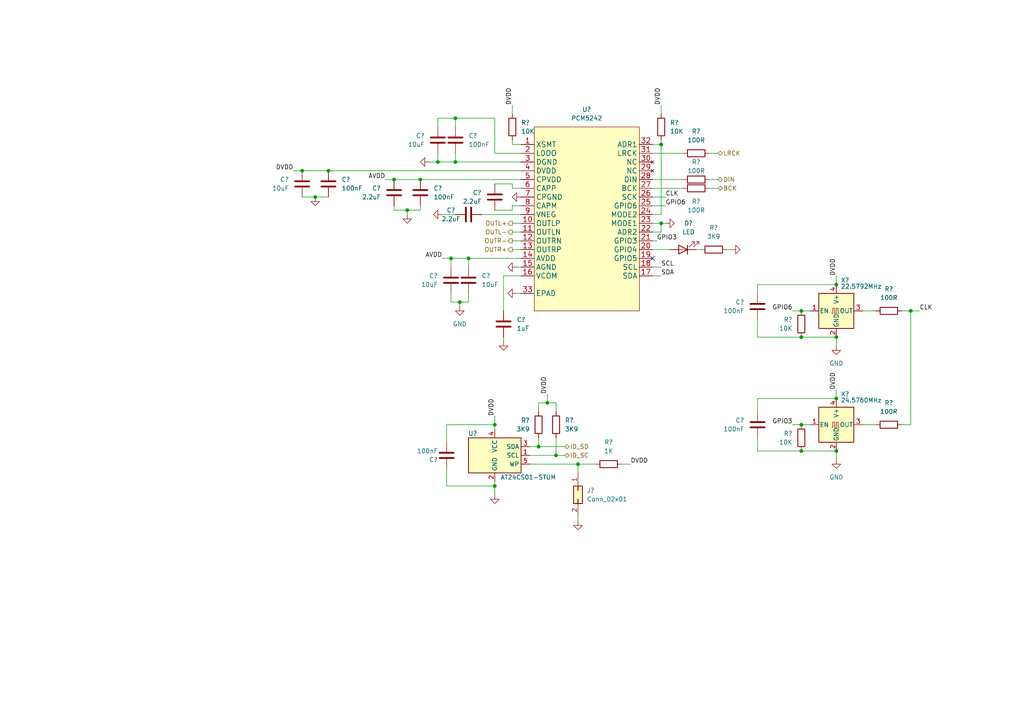
<source format=kicad_sch>
(kicad_sch (version 20211123) (generator eeschema)
  (paper "A4")
  (lib_symbols
    (symbol "Connector_Generic:Conn_02x01" (pin_names (offset 1.016) hide)
      (property "Reference" "J" (at 1.27 2.54 0))
      (property "Value" "Conn_02x01" (at 1.27 -2.54 0))
      (symbol "Conn_02x01_1_1"
        (rectangle (start -1.27 0.127) (end 0 -0.127) (stroke (width 0.1524)))
        (rectangle (start -1.27 1.27) (end 3.81 -1.27) (stroke (width 0.254)) (fill (type background)))
        (rectangle (start 3.81 0.127) (end 2.54 -0.127) (stroke (width 0.1524)))
        (pin passive line (at -5.08 0 0) (length 3.81) (name "Pin_1") (number "1"))
        (pin passive line (at 7.62 0 180) (length 3.81) (name "Pin_2") (number "2"))
      )
    )
    (symbol "Device:C" (pin_numbers hide) (pin_names (offset 0.254))
      (property "Reference" "C" (at 0.635 2.54 0))
      (property "Value" "C" (at 0.635 -2.54 0))
      (symbol "C_0_1"
        (polyline (pts (xy -2.032 -0.762) (xy 2.032 -0.762)) (stroke (width 0.508)))
        (polyline (pts (xy -2.032 0.762) (xy 2.032 0.762)) (stroke (width 0.508)))
      )
      (symbol "C_1_1"
        (pin passive line (at 0 3.81 270) (length 2.794) (name "~") (number "1"))
        (pin passive line (at 0 -3.81 90) (length 2.794) (name "~") (number "2"))
      )
    )
    (symbol "Device:LED" (pin_numbers hide) (pin_names (offset 1.016) hide)
      (property "Reference" "D" (at 0 2.54 0))
      (property "Value" "LED" (at 0 -2.54 0))
      (symbol "LED_0_1"
        (polyline (pts (xy -1.27 -1.27) (xy -1.27 1.27)) (stroke (width 0.254)))
        (polyline (pts (xy -1.27 0) (xy 1.27 0)))
        (polyline (pts (xy 1.27 -1.27) (xy 1.27 1.27) (xy -1.27 0) (xy 1.27 -1.27)) (stroke (width 0.254)))
        (polyline (pts (xy -3.048 -0.762) (xy -4.572 -2.286) (xy -3.81 -2.286) (xy -4.572 -2.286) (xy -4.572 -1.524)))
        (polyline (pts (xy -1.778 -0.762) (xy -3.302 -2.286) (xy -2.54 -2.286) (xy -3.302 -2.286) (xy -3.302 -1.524)))
      )
      (symbol "LED_1_1"
        (pin passive line (at -3.81 0 0) (length 2.54) (name "K") (number "1"))
        (pin passive line (at 3.81 0 180) (length 2.54) (name "A") (number "2"))
      )
    )
    (symbol "Device:R" (pin_numbers hide) (pin_names (offset 0))
      (property "Reference" "R" (at 2.032 0 90))
      (property "Value" "R" (at 0 0 90))
      (symbol "R_0_1"
        (rectangle (start -1.016 -2.54) (end 1.016 2.54) (stroke (width 0.254)))
      )
      (symbol "R_1_1"
        (pin passive line (at 0 3.81 270) (length 1.27) (name "~") (number "1"))
        (pin passive line (at 0 -3.81 90) (length 1.27) (name "~") (number "2"))
      )
    )
    (symbol "Etnolit:PCM5242RHB"
      (property "Reference" "U" (at 0 27.94 0))
      (property "Value" "PCM5242RHB" (at 0 30.48 0))
      (symbol "PCM5242RHB_0_1"
        (rectangle (start -15.24 26.67) (end 15.24 -26.67) (fill (type background)))
      )
      (symbol "PCM5242RHB_1_1"
        (pin input line (at -19.05 21.59 0) (length 3.81) (name "XSMT") (number "1"))
        (pin output line (at -19.05 -1.27 0) (length 3.81) (name "OUTLP") (number "10"))
        (pin output line (at -19.05 -3.81 0) (length 3.81) (name "OUTLN") (number "11"))
        (pin output line (at -19.05 -6.35 0) (length 3.81) (name "OUTRN") (number "12"))
        (pin output line (at -19.05 -8.89 0) (length 3.81) (name "OUTRP") (number "13"))
        (pin power_in line (at -19.05 -11.43 0) (length 3.81) (name "AVDD") (number "14"))
        (pin power_in line (at -19.05 -13.97 0) (length 3.81) (name "AGND") (number "15"))
        (pin bidirectional line (at -19.05 -16.51 0) (length 3.81) (name "VCOM") (number "16"))
        (pin bidirectional line (at 19.05 -16.51 180) (length 3.81) (name "SDA") (number "17"))
        (pin input line (at 19.05 -13.97 180) (length 3.81) (name "SCL") (number "18"))
        (pin bidirectional line (at 19.05 -11.43 180) (length 3.81) (name "GPIO5") (number "19"))
        (pin output line (at -19.05 19.05 0) (length 3.81) (name "LDOO") (number "2"))
        (pin bidirectional line (at 19.05 -8.89 180) (length 3.81) (name "GPIO4") (number "20"))
        (pin bidirectional line (at 19.05 -6.35 180) (length 3.81) (name "GPIO3") (number "21"))
        (pin bidirectional line (at 19.05 -3.81 180) (length 3.81) (name "ADR2") (number "22"))
        (pin input line (at 19.05 -1.27 180) (length 3.81) (name "MODE1") (number "23"))
        (pin input line (at 19.05 1.27 180) (length 3.81) (name "MODE2") (number "24"))
        (pin bidirectional line (at 19.05 3.81 180) (length 3.81) (name "GPIO6") (number "25"))
        (pin input line (at 19.05 6.35 180) (length 3.81) (name "SCK") (number "26"))
        (pin bidirectional line (at 19.05 8.89 180) (length 3.81) (name "BCK") (number "27"))
        (pin input line (at 19.05 11.43 180) (length 3.81) (name "DIN") (number "28"))
        (pin no_connect line (at 19.05 13.97 180) (length 3.81) (name "NC") (number "29"))
        (pin power_in line (at -19.05 16.51 0) (length 3.81) (name "DGND") (number "3"))
        (pin no_connect line (at 19.05 16.51 180) (length 3.81) (name "NC") (number "30"))
        (pin bidirectional line (at 19.05 19.05 180) (length 3.81) (name "LRCK") (number "31"))
        (pin bidirectional line (at 19.05 21.59 180) (length 3.81) (name "ADR1") (number "32"))
        (pin unspecified line (at -19.05 -21.59 0) (length 3.81) (name "EPAD") (number "33"))
        (pin power_in line (at -19.05 13.97 0) (length 3.81) (name "DVDD") (number "4"))
        (pin power_in line (at -19.05 11.43 0) (length 3.81) (name "CPVDD") (number "5"))
        (pin output line (at -19.05 8.89 0) (length 3.81) (name "CAPP") (number "6"))
        (pin power_in line (at -19.05 6.35 0) (length 3.81) (name "CPGND") (number "7"))
        (pin output line (at -19.05 3.81 0) (length 3.81) (name "CAPM") (number "8"))
        (pin output line (at -19.05 1.27 0) (length 3.81) (name "VNEG") (number "9"))
      )
    )
    (symbol "Memory_EEPROM:AT24CS01-STUM"
      (property "Reference" "U" (at -7.62 6.35 0))
      (property "Value" "AT24CS01-STUM" (at 2.54 -6.35 0))
      (symbol "AT24CS01-STUM_1_1"
        (rectangle (start -7.62 5.08) (end 7.62 -5.08) (stroke (width 0.254)) (fill (type background)))
        (pin input line (at 10.16 0 180) (length 2.54) (name "SCL") (number "1"))
        (pin power_in line (at 0 -7.62 90) (length 2.54) (name "GND") (number "2"))
        (pin bidirectional line (at 10.16 2.54 180) (length 2.54) (name "SDA") (number "3"))
        (pin power_in line (at 0 7.62 270) (length 2.54) (name "VCC") (number "4"))
        (pin input line (at 10.16 -2.54 180) (length 2.54) (name "WP") (number "5"))
      )
    )
    (symbol "Oscillator:XO53" (pin_names (offset 0.254))
      (property "Reference" "X" (at -5.08 6.35 0))
      (property "Value" "XO53" (at 1.27 -6.35 0))
      (symbol "XO53_0_1"
        (rectangle (start -5.08 5.08) (end 5.08 -5.08) (stroke (width 0.254)) (fill (type background)))
        (polyline (pts (xy 0.762 -0.762) (xy 0.508 -0.762) (xy 0.508 0.762) (xy 0 0.762) (xy 0 -0.762) (xy -0.508 -0.762) (xy -0.508 0.762) (xy -1.016 0.762) (xy -1.016 -0.762) (xy -1.27 -0.762)))
      )
      (symbol "XO53_1_1"
        (pin input line (at -7.62 0 0) (length 2.54) (name "EN") (number "1"))
        (pin power_in line (at 0 -7.62 90) (length 2.54) (name "GND") (number "2"))
        (pin output line (at 7.62 0 180) (length 2.54) (name "OUT") (number "3"))
        (pin power_in line (at 0 7.62 270) (length 2.54) (name "V+") (number "4"))
      )
    )
    (symbol "power:GND" (power) (pin_names (offset 0))
      (property "Value" "GND" (at 0 -3.81 0))
      (symbol "GND_0_1"
        (polyline (pts (xy 0 0) (xy 0 -1.27) (xy 1.27 -1.27) (xy 0 -2.54) (xy -1.27 -1.27) (xy 0 -1.27)))
      )
      (symbol "GND_1_1"
        (pin power_in line (at 0 0 270) (length 0) hide (name "GND") (number "1"))
      )
    )
  )
  (junction (at 118.11 60.96))
  (junction (at 156.21 129.54))
  (junction (at 91.44 57.15))
  (junction (at 242.57 130.81))
  (junction (at 132.08 46.99))
  (junction (at 232.41 97.79))
  (junction (at 87.63 49.53))
  (junction (at 121.92 52.07))
  (junction (at 264.16 90.17))
  (junction (at 232.41 90.17))
  (junction (at 132.08 34.29))
  (junction (at 130.81 74.93))
  (junction (at 95.25 49.53))
  (junction (at 143.51 123.19))
  (junction (at 158.75 116.84))
  (junction (at 242.57 82.55))
  (junction (at 133.35 87.63))
  (junction (at 161.29 132.08))
  (junction (at 232.41 130.81))
  (junction (at 127 46.99))
  (junction (at 143.51 140.97))
  (junction (at 135.89 74.93))
  (junction (at 167.64 134.62))
  (junction (at 242.57 97.79))
  (junction (at 191.77 64.77))
  (junction (at 242.57 115.57))
  (junction (at 114.3 52.07))
  (junction (at 191.77 41.91))
  (junction (at 232.41 123.19))
  (no_connect (at 189.23 74.93))
  (wire (pts (xy 121.92 60.96) (xy 121.92 59.69)))
  (wire (pts (xy 87.63 57.15) (xy 91.44 57.15)))
  (wire (pts (xy 111.76 52.07) (xy 114.3 52.07)))
  (wire (pts (xy 148.59 59.69) (xy 151.13 59.69)))
  (wire (pts (xy 156.21 127) (xy 156.21 129.54)))
  (wire (pts (xy 139.7 62.23) (xy 151.13 62.23)))
  (wire (pts (xy 129.54 135.89) (xy 129.54 140.97)))
  (wire (pts (xy 130.81 74.93) (xy 130.81 77.47)))
  (wire (pts (xy 143.51 140.97) (xy 143.51 143.51)))
  (wire (pts (xy 191.77 64.77) (xy 191.77 67.31)))
  (wire (pts (xy 128.27 74.93) (xy 130.81 74.93)))
  (wire (pts (xy 158.75 116.84) (xy 161.29 116.84)))
  (wire (pts (xy 191.77 30.48) (xy 191.77 33.02)))
  (wire (pts (xy 127 36.83) (xy 127 34.29)))
  (wire (pts (xy 85.09 49.53) (xy 87.63 49.53)))
  (wire (pts (xy 114.3 60.96) (xy 114.3 59.69)))
  (wire (pts (xy 127 46.99) (xy 132.08 46.99)))
  (wire (pts (xy 148.59 72.39) (xy 151.13 72.39)))
  (wire (pts (xy 219.71 127) (xy 219.71 130.81)))
  (wire (pts (xy 161.29 116.84) (xy 161.29 119.38)))
  (wire (pts (xy 130.81 85.09) (xy 130.81 87.63)))
  (wire (pts (xy 191.77 64.77) (xy 193.04 64.77)))
  (wire (pts (xy 205.74 44.45) (xy 208.28 44.45)))
  (wire (pts (xy 130.81 74.93) (xy 135.89 74.93)))
  (wire (pts (xy 148.59 69.85) (xy 151.13 69.85)))
  (wire (pts (xy 232.41 97.79) (xy 242.57 97.79)))
  (wire (pts (xy 261.62 123.19) (xy 264.16 123.19)))
  (wire (pts (xy 146.05 80.01) (xy 146.05 90.17)))
  (wire (pts (xy 167.64 149.86) (xy 167.64 151.13)))
  (wire (pts (xy 242.57 97.79) (xy 242.57 100.33)))
  (wire (pts (xy 132.08 46.99) (xy 132.08 44.45)))
  (wire (pts (xy 232.41 90.17) (xy 234.95 90.17)))
  (wire (pts (xy 114.3 52.07) (xy 121.92 52.07)))
  (wire (pts (xy 264.16 90.17) (xy 266.7 90.17)))
  (wire (pts (xy 250.19 90.17) (xy 254 90.17)))
  (wire (pts (xy 121.92 52.07) (xy 151.13 52.07)))
  (wire (pts (xy 242.57 80.01) (xy 242.57 82.55)))
  (wire (pts (xy 133.35 88.9) (xy 133.35 87.63)))
  (wire (pts (xy 156.21 129.54) (xy 163.83 129.54)))
  (wire (pts (xy 143.51 120.65) (xy 143.51 123.19)))
  (wire (pts (xy 118.11 62.23) (xy 118.11 60.96)))
  (wire (pts (xy 205.74 54.61) (xy 208.28 54.61)))
  (wire (pts (xy 205.74 52.07) (xy 208.28 52.07)))
  (wire (pts (xy 242.57 115.57) (xy 219.71 115.57)))
  (wire (pts (xy 232.41 123.19) (xy 234.95 123.19)))
  (wire (pts (xy 143.51 34.29) (xy 132.08 34.29)))
  (wire (pts (xy 143.51 44.45) (xy 143.51 34.29)))
  (wire (pts (xy 148.59 67.31) (xy 151.13 67.31)))
  (wire (pts (xy 189.23 80.01) (xy 191.77 80.01)))
  (wire (pts (xy 219.71 85.09) (xy 219.71 82.55)))
  (wire (pts (xy 148.59 60.96) (xy 143.51 60.96)))
  (wire (pts (xy 191.77 62.23) (xy 191.77 41.91)))
  (wire (pts (xy 127 34.29) (xy 132.08 34.29)))
  (wire (pts (xy 167.64 134.62) (xy 167.64 137.16)))
  (wire (pts (xy 191.77 40.64) (xy 191.77 41.91)))
  (wire (pts (xy 153.67 132.08) (xy 161.29 132.08)))
  (wire (pts (xy 148.59 53.34) (xy 148.59 54.61)))
  (wire (pts (xy 219.71 115.57) (xy 219.71 119.38)))
  (wire (pts (xy 167.64 134.62) (xy 172.72 134.62)))
  (wire (pts (xy 114.3 60.96) (xy 118.11 60.96)))
  (wire (pts (xy 148.59 41.91) (xy 151.13 41.91)))
  (wire (pts (xy 146.05 97.79) (xy 146.05 99.06)))
  (wire (pts (xy 156.21 129.54) (xy 153.67 129.54)))
  (wire (pts (xy 149.86 77.47) (xy 151.13 77.47)))
  (wire (pts (xy 146.05 80.01) (xy 151.13 80.01)))
  (wire (pts (xy 133.35 87.63) (xy 135.89 87.63)))
  (wire (pts (xy 189.23 54.61) (xy 198.12 54.61)))
  (wire (pts (xy 156.21 116.84) (xy 158.75 116.84)))
  (wire (pts (xy 129.54 140.97) (xy 143.51 140.97)))
  (wire (pts (xy 189.23 64.77) (xy 191.77 64.77)))
  (wire (pts (xy 148.59 59.69) (xy 148.59 60.96)))
  (wire (pts (xy 130.81 87.63) (xy 133.35 87.63)))
  (wire (pts (xy 242.57 113.03) (xy 242.57 115.57)))
  (wire (pts (xy 229.87 90.17) (xy 232.41 90.17)))
  (wire (pts (xy 135.89 74.93) (xy 151.13 74.93)))
  (wire (pts (xy 264.16 90.17) (xy 261.62 90.17)))
  (wire (pts (xy 264.16 123.19) (xy 264.16 90.17)))
  (wire (pts (xy 148.59 30.48) (xy 148.59 33.02)))
  (wire (pts (xy 219.71 130.81) (xy 232.41 130.81)))
  (wire (pts (xy 219.71 82.55) (xy 242.57 82.55)))
  (wire (pts (xy 219.71 92.71) (xy 219.71 97.79)))
  (wire (pts (xy 148.59 54.61) (xy 151.13 54.61)))
  (wire (pts (xy 250.19 123.19) (xy 254 123.19)))
  (wire (pts (xy 189.23 77.47) (xy 191.77 77.47)))
  (wire (pts (xy 161.29 127) (xy 161.29 132.08)))
  (wire (pts (xy 189.23 67.31) (xy 191.77 67.31)))
  (wire (pts (xy 232.41 130.81) (xy 242.57 130.81)))
  (wire (pts (xy 148.59 40.64) (xy 148.59 41.91)))
  (wire (pts (xy 180.34 134.62) (xy 182.88 134.62)))
  (wire (pts (xy 158.75 114.3) (xy 158.75 116.84)))
  (wire (pts (xy 129.54 128.27) (xy 129.54 123.19)))
  (wire (pts (xy 149.86 85.09) (xy 151.13 85.09)))
  (wire (pts (xy 189.23 41.91) (xy 191.77 41.91)))
  (wire (pts (xy 118.11 60.96) (xy 121.92 60.96)))
  (wire (pts (xy 151.13 44.45) (xy 143.51 44.45)))
  (wire (pts (xy 132.08 62.23) (xy 128.27 62.23)))
  (wire (pts (xy 143.51 123.19) (xy 143.51 124.46)))
  (wire (pts (xy 189.23 69.85) (xy 190.5 69.85)))
  (wire (pts (xy 189.23 59.69) (xy 193.04 59.69)))
  (wire (pts (xy 189.23 52.07) (xy 198.12 52.07)))
  (wire (pts (xy 127 46.99) (xy 124.46 46.99)))
  (wire (pts (xy 91.44 57.15) (xy 95.25 57.15)))
  (wire (pts (xy 189.23 44.45) (xy 198.12 44.45)))
  (wire (pts (xy 143.51 53.34) (xy 148.59 53.34)))
  (wire (pts (xy 127 44.45) (xy 127 46.99)))
  (wire (pts (xy 156.21 116.84) (xy 156.21 119.38)))
  (wire (pts (xy 161.29 132.08) (xy 163.83 132.08)))
  (wire (pts (xy 135.89 74.93) (xy 135.89 77.47)))
  (wire (pts (xy 189.23 57.15) (xy 193.04 57.15)))
  (wire (pts (xy 95.25 49.53) (xy 151.13 49.53)))
  (wire (pts (xy 129.54 123.19) (xy 143.51 123.19)))
  (wire (pts (xy 153.67 134.62) (xy 167.64 134.62)))
  (wire (pts (xy 132.08 34.29) (xy 132.08 36.83)))
  (wire (pts (xy 143.51 139.7) (xy 143.51 140.97)))
  (wire (pts (xy 229.87 123.19) (xy 232.41 123.19)))
  (wire (pts (xy 242.57 130.81) (xy 242.57 133.35)))
  (wire (pts (xy 189.23 62.23) (xy 191.77 62.23)))
  (wire (pts (xy 135.89 85.09) (xy 135.89 87.63)))
  (wire (pts (xy 151.13 46.99) (xy 132.08 46.99)))
  (wire (pts (xy 219.71 97.79) (xy 232.41 97.79)))
  (wire (pts (xy 201.93 72.39) (xy 203.2 72.39)))
  (wire (pts (xy 189.23 72.39) (xy 194.31 72.39)))
  (wire (pts (xy 210.82 72.39) (xy 212.09 72.39)))
  (wire (pts (xy 87.63 49.53) (xy 95.25 49.53)))
  (wire (pts (xy 148.59 64.77) (xy 151.13 64.77)))
  (label "SDA" (at 191.77 80.01 0))
  (label "CLK" (at 266.7 90.17 0))
  (label "DVDD" (at 242.57 80.01 90))
  (label "DVDD" (at 191.77 30.48 90))
  (label "CLK" (at 193.04 57.15 0))
  (label "SCL" (at 191.77 77.47 0))
  (label "DVDD" (at 158.75 114.3 90))
  (label "GPIO6" (at 229.87 90.17 180))
  (label "AVDD" (at 128.27 74.93 180))
  (label "DVDD" (at 148.59 30.48 90))
  (label "AVDD" (at 111.76 52.07 180))
  (label "DVDD" (at 182.88 134.62 0))
  (label "GPIO3" (at 229.87 123.19 180))
  (label "GPIO6" (at 193.04 59.69 0))
  (label "DVDD" (at 85.09 49.53 180))
  (label "DVDD" (at 242.57 113.03 90))
  (label "DVDD" (at 143.51 120.65 90))
  (label "GPIO3" (at 190.5 69.85 0))
  (hierarchical_label "ID_SC" (shape bidirectional) (at 163.83 132.08 0))
  (hierarchical_label "OUTR-" (shape output) (at 148.59 69.85 180))
  (hierarchical_label "DIN" (shape bidirectional) (at 208.28 52.07 0))
  (hierarchical_label "OUTL-" (shape output) (at 148.59 67.31 180))
  (hierarchical_label "BCK" (shape bidirectional) (at 208.28 54.61 0))
  (hierarchical_label "OUTL+" (shape output) (at 148.59 64.77 180))
  (hierarchical_label "LRCK" (shape bidirectional) (at 208.28 44.45 0))
  (hierarchical_label "ID_SD" (shape bidirectional) (at 163.83 129.54 0))
  (hierarchical_label "OUTR+" (shape output) (at 148.59 72.39 180))
  (symbol (lib_id "Device:C") (at 219.71 123.19 0) (mirror x) (unit 1)
    (property "Reference" "C?" (at 215.9 121.9199 0) (effects (justify right)))
    (property "Value" "100nF" (at 215.9 124.4599 0) (effects (justify right)))
    (property "Footprint" "Capacitor_SMD:C_0805_2012Metric" (effects hide))
  )
  (symbol (lib_id "Device:C") (at 135.89 81.28 0) (unit 1)
    (property "Reference" "C?" (at 139.7 80.0099 0) (effects (justify left)))
    (property "Value" "10uF" (at 139.7 82.5499 0) (effects (justify left)))
    (property "Footprint" "Capacitor_SMD:C_0805_2012Metric" (effects hide))
  )
  (symbol (lib_id "Device:C") (at 121.92 55.88 0) (unit 1)
    (property "Reference" "C?" (at 125.73 54.6099 0) (effects (justify left)))
    (property "Value" "100nF" (at 125.73 57.1499 0) (effects (justify left)))
    (property "Footprint" "Capacitor_SMD:C_0805_2012Metric" (effects hide))
  )
  (symbol (lib_id "Device:C") (at 129.54 132.08 180) (unit 1)
    (property "Reference" "C?" (at 127 133.35 0) (effects (justify left)))
    (property "Value" "100nF" (at 127 130.81 0) (effects (justify left)))
    (property "Footprint" "Capacitor_SMD:C_0805_2012Metric" (effects hide))
  )
  (symbol (lib_id "Device:R") (at 232.41 93.98 180) (unit 1)
    (property "Reference" "R?" (at 229.87 92.71 0) (effects (justify left)))
    (property "Value" "10K" (at 229.87 95.25 0) (effects (justify left)))
    (property "Footprint" "Resistor_SMD:R_0805_2012Metric" (effects hide))
  )
  (symbol (lib_id "Oscillator:XO53") (at 242.57 123.19 0) (unit 1)
    (property "Reference" "X?" (at 245.11 114.3 0))
    (property "Value" "24.5760MHz" (at 243.84 116.0907 0) (effects (justify left)))
    (property "Footprint" "Oscillator:Oscillator_SMD_EuroQuartz_XO53-4Pin_5.0x3.2mm" (effects hide))
    (property "Datasheet" "http://cdn-reichelt.de/documents/datenblatt/B400/XO53.pdf" (effects hide))
  )
  (symbol (lib_id "power:GND") (at 151.13 57.15 270) (unit 1)
    (property "Reference" "#PWR?" (effects hide))
    (property "Value" "GND" (effects hide))
  )
  (symbol (lib_id "power:GND") (at 91.44 57.15 0) (unit 1)
    (property "Reference" "#PWR?" (effects hide))
    (property "Value" "GND" (effects hide))
  )
  (symbol (lib_id "power:GND") (at 242.57 100.33 0) (unit 1)
    (property "Reference" "#PWR?" (effects hide))
    (property "Value" "GND" (at 242.57 105.41 0))
  )
  (symbol (lib_id "Connector_Generic:Conn_02x01") (at 167.64 142.24 270) (unit 1)
    (property "Reference" "J?" (at 170.18 142.2399 90) (effects (justify left)))
    (property "Value" "Conn_02x01" (at 170.18 144.7799 90) (effects (justify left)))
    (property "Footprint" "Resistor_SMD:R_0805_2012Metric" (effects hide))
  )
  (symbol (lib_id "Device:C") (at 135.89 62.23 90) (unit 1)
    (property "Reference" "C?" (at 130.81 60.96 90))
    (property "Value" "2.2uF" (at 130.81 63.5 90))
    (property "Footprint" "Capacitor_SMD:C_0805_2012Metric" (effects hide))
  )
  (symbol (lib_id "Memory_EEPROM:AT24CS01-STUM") (at 143.51 132.08 0) (unit 1)
    (property "Reference" "U?" (at 138.43 125.73 0) (effects (justify right)))
    (property "Value" "AT24CS01-STUM" (at 161.29 138.43 0) (effects (justify right)))
    (property "Footprint" "Package_TO_SOT_SMD:SOT-23-5" (effects hide))
    (property "Datasheet" "http://ww1.microchip.com/downloads/en/DeviceDoc/Atmel-8815-SEEPROM-AT24CS01-02-Datasheet.pdf" (effects hide))
  )
  (symbol (lib_id "Oscillator:XO53") (at 242.57 90.17 0) (unit 1)
    (property "Reference" "X?" (at 245.11 81.28 0))
    (property "Value" "22.5792MHz" (at 243.84 83.0707 0) (effects (justify left)))
    (property "Footprint" "Oscillator:Oscillator_SMD_EuroQuartz_XO53-4Pin_5.0x3.2mm" (effects hide))
    (property "Datasheet" "http://cdn-reichelt.de/documents/datenblatt/B400/XO53.pdf" (effects hide))
  )
  (symbol (lib_id "Device:C") (at 132.08 40.64 0) (unit 1)
    (property "Reference" "C?" (at 135.89 39.3699 0) (effects (justify left)))
    (property "Value" "100nF" (at 135.89 41.9099 0) (effects (justify left)))
    (property "Footprint" "Capacitor_SMD:C_0805_2012Metric" (effects hide))
  )
  (symbol (lib_id "Device:R") (at 257.81 90.17 90) (unit 1)
    (property "Reference" "R?" (at 257.81 83.82 90))
    (property "Value" "100R" (at 257.81 86.36 90))
    (property "Footprint" "Resistor_SMD:R_0805_2012Metric" (effects hide))
  )
  (symbol (lib_id "Device:LED") (at 198.12 72.39 180) (unit 1)
    (property "Reference" "D?" (at 199.7075 64.77 0))
    (property "Value" "LED" (at 199.7075 67.31 0))
    (property "Footprint" "Resistor_SMD:R_0805_2012Metric" (effects hide))
  )
  (symbol (lib_id "power:GND") (at 118.11 62.23 0) (unit 1)
    (property "Reference" "#PWR?" (effects hide))
    (property "Value" "GND" (effects hide))
  )
  (symbol (lib_id "power:GND") (at 242.57 133.35 0) (unit 1)
    (property "Reference" "#PWR?" (effects hide))
    (property "Value" "GND" (at 242.57 138.43 0))
  )
  (symbol (lib_id "Device:R") (at 201.93 52.07 270) (unit 1)
    (property "Reference" "R?" (at 201.93 46.99 90))
    (property "Value" "100R" (at 201.93 49.53 90))
    (property "Footprint" "Resistor_SMD:R_0805_2012Metric" (effects hide))
  )
  (symbol (lib_id "Etnolit:PCM5242RHB") (at 170.18 63.5 0) (unit 1)
    (property "Reference" "U?" (at 170.18 31.75 0))
    (property "Value" "PCM5242" (at 170.18 34.29 0))
    (property "Footprint" "Package_DFN_QFN:Texas_S-PVQFN-N32_EP3.45x3.45mm_ThermalVias" (effects hide))
  )
  (symbol (lib_id "Device:R") (at 156.21 123.19 0) (mirror x) (unit 1)
    (property "Reference" "R?" (at 153.67 121.9199 0) (effects (justify right)))
    (property "Value" "3K9" (at 153.67 124.4599 0) (effects (justify right)))
    (property "Footprint" "Resistor_SMD:R_0805_2012Metric" (effects hide))
  )
  (symbol (lib_id "Device:R") (at 232.41 127 180) (unit 1)
    (property "Reference" "R?" (at 229.87 125.73 0) (effects (justify left)))
    (property "Value" "10K" (at 229.87 128.27 0) (effects (justify left)))
    (property "Footprint" "Resistor_SMD:R_0805_2012Metric" (effects hide))
  )
  (symbol (lib_id "Device:C") (at 95.25 53.34 0) (unit 1)
    (property "Reference" "C?" (at 99.06 52.0699 0) (effects (justify left)))
    (property "Value" "100nF" (at 99.06 54.6099 0) (effects (justify left)))
    (property "Footprint" "Capacitor_SMD:C_0805_2012Metric" (effects hide))
  )
  (symbol (lib_id "power:GND") (at 193.04 64.77 90) (unit 1)
    (property "Reference" "#PWR?" (effects hide))
    (property "Value" "GND" (effects hide))
  )
  (symbol (lib_id "Device:C") (at 143.51 57.15 0) (mirror y) (unit 1)
    (property "Reference" "C?" (at 139.7 55.8799 0) (effects (justify left)))
    (property "Value" "2.2uF" (at 139.7 58.4199 0) (effects (justify left)))
    (property "Footprint" "Capacitor_SMD:C_0805_2012Metric" (effects hide))
  )
  (symbol (lib_id "power:GND") (at 143.51 143.51 0) (unit 1)
    (property "Reference" "#PWR?" (effects hide))
    (property "Value" "GND" (effects hide))
  )
  (symbol (lib_id "power:GND") (at 149.86 85.09 270) (unit 1)
    (property "Reference" "#PWR?" (effects hide))
    (property "Value" "GND" (effects hide))
  )
  (symbol (lib_id "power:GND") (at 149.86 77.47 270) (unit 1)
    (property "Reference" "#PWR?" (effects hide))
    (property "Value" "GND" (effects hide))
  )
  (symbol (lib_id "Device:R") (at 191.77 36.83 180) (unit 1)
    (property "Reference" "R?" (at 194.31 35.5599 0) (effects (justify right)))
    (property "Value" "10K" (at 194.31 38.0999 0) (effects (justify right)))
    (property "Footprint" "Resistor_SMD:R_0805_2012Metric" (effects hide))
  )
  (symbol (lib_id "Device:R") (at 207.01 72.39 90) (unit 1)
    (property "Reference" "R?" (at 207.01 66.04 90))
    (property "Value" "3K9" (at 207.01 68.58 90))
    (property "Footprint" "Resistor_SMD:R_0805_2012Metric" (effects hide))
  )
  (symbol (lib_id "power:GND") (at 167.64 151.13 0) (unit 1)
    (property "Reference" "#PWR?" (effects hide))
    (property "Value" "GND" (effects hide))
  )
  (symbol (lib_id "Device:C") (at 219.71 88.9 0) (mirror x) (unit 1)
    (property "Reference" "C?" (at 215.9 87.6299 0) (effects (justify right)))
    (property "Value" "100nF" (at 215.9 90.1699 0) (effects (justify right)))
    (property "Footprint" "Capacitor_SMD:C_0805_2012Metric" (effects hide))
  )
  (symbol (lib_id "power:GND") (at 133.35 88.9 0) (unit 1)
    (property "Reference" "#PWR?" (effects hide))
    (property "Value" "GND" (at 133.35 93.98 0))
  )
  (symbol (lib_id "Device:C") (at 146.05 93.98 0) (unit 1)
    (property "Reference" "C?" (at 149.86 92.7099 0) (effects (justify left)))
    (property "Value" "1uF" (at 149.86 95.2499 0) (effects (justify left)))
    (property "Footprint" "Capacitor_SMD:C_0805_2012Metric" (effects hide))
  )
  (symbol (lib_id "Device:R") (at 201.93 54.61 90) (unit 1)
    (property "Reference" "R?" (at 201.93 58.42 90))
    (property "Value" "100R" (at 201.93 60.96 90))
    (property "Footprint" "Resistor_SMD:R_0805_2012Metric" (effects hide))
  )
  (symbol (lib_id "Device:R") (at 148.59 36.83 180) (unit 1)
    (property "Reference" "R?" (at 151.13 35.5599 0) (effects (justify right)))
    (property "Value" "10K" (at 151.13 38.0999 0) (effects (justify right)))
    (property "Footprint" "Resistor_SMD:R_0805_2012Metric" (effects hide))
  )
  (symbol (lib_id "Device:C") (at 130.81 81.28 0) (unit 1)
    (property "Reference" "C?" (at 127 80.0099 0) (effects (justify right)))
    (property "Value" "10uF" (at 127 82.5499 0) (effects (justify right)))
    (property "Footprint" "Capacitor_SMD:C_0805_2012Metric" (effects hide))
  )
  (symbol (lib_id "power:GND") (at 124.46 46.99 270) (unit 1)
    (property "Reference" "#PWR?" (effects hide))
    (property "Value" "GND" (effects hide))
  )
  (symbol (lib_id "Device:R") (at 161.29 123.19 0) (unit 1)
    (property "Reference" "R?" (at 163.83 121.9199 0) (effects (justify left)))
    (property "Value" "3K9" (at 163.83 124.4599 0) (effects (justify left)))
    (property "Footprint" "Resistor_SMD:R_0805_2012Metric" (effects hide))
  )
  (symbol (lib_id "power:GND") (at 212.09 72.39 90) (unit 1)
    (property "Reference" "#PWR?" (effects hide))
    (property "Value" "GND" (effects hide))
  )
  (symbol (lib_id "Device:C") (at 127 40.64 0) (unit 1)
    (property "Reference" "C?" (at 123.19 39.3699 0) (effects (justify right)))
    (property "Value" "10uF" (at 123.19 41.9099 0) (effects (justify right)))
    (property "Footprint" "Capacitor_SMD:C_0805_2012Metric" (effects hide))
  )
  (symbol (lib_id "Device:R") (at 176.53 134.62 90) (unit 1)
    (property "Reference" "R?" (at 176.53 128.27 90))
    (property "Value" "1K" (at 176.53 130.81 90))
    (property "Footprint" "Resistor_SMD:R_0805_2012Metric" (effects hide))
  )
  (symbol (lib_id "Device:R") (at 201.93 44.45 270) (unit 1)
    (property "Reference" "R?" (at 201.93 38.1 90))
    (property "Value" "100R" (at 201.93 40.64 90))
    (property "Footprint" "Resistor_SMD:R_0805_2012Metric" (effects hide))
  )
  (symbol (lib_id "Device:R") (at 257.81 123.19 90) (unit 1)
    (property "Reference" "R?" (at 257.81 116.84 90))
    (property "Value" "100R" (at 257.81 119.38 90))
    (property "Footprint" "Resistor_SMD:R_0805_2012Metric" (effects hide))
  )
  (symbol (lib_id "Device:C") (at 114.3 55.88 0) (unit 1)
    (property "Reference" "C?" (at 110.49 54.6099 0) (effects (justify right)))
    (property "Value" "2.2uF" (at 110.49 57.1499 0) (effects (justify right)))
    (property "Footprint" "Capacitor_SMD:C_0805_2012Metric" (effects hide))
  )
  (symbol (lib_id "Device:C") (at 87.63 53.34 0) (unit 1)
    (property "Reference" "C?" (at 83.82 52.0699 0) (effects (justify right)))
    (property "Value" "10uF" (at 83.82 54.6099 0) (effects (justify right)))
    (property "Footprint" "Capacitor_SMD:C_0805_2012Metric" (effects hide))
  )
  (symbol (lib_id "power:GND") (at 146.05 99.06 0) (unit 1)
    (property "Reference" "#PWR?" (effects hide))
    (property "Value" "GND" (effects hide))
  )
  (symbol (lib_id "power:GND") (at 128.27 62.23 270) (unit 1)
    (property "Reference" "#PWR?" (effects hide))
    (property "Value" "GND" (effects hide))
  )
)
</source>
